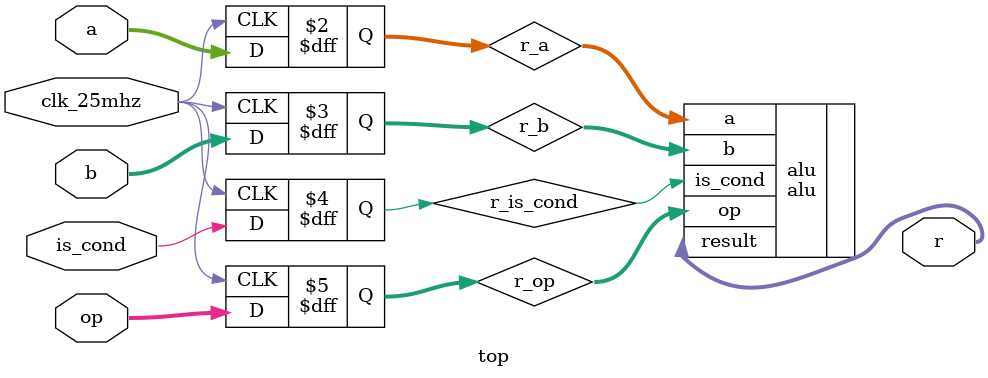
<source format=v>
`include "alu.v"

module top(input  clk_25mhz,
           input  [31:0] a,
           input  [31:0] b,
           input  is_cond,
           input  [3:0] op,

           output [31:0] r);

   reg [31:0] r_a;
   reg [31:0] r_b;
   reg        r_is_cond;
   reg [3:0]  r_op;

   alu alu(.a(r_a),
           .b(r_b),
           .is_cond(r_is_cond),
           .op(r_op),
           .result(r));

   always @(posedge clk_25mhz) begin
      r_a <= a;
      r_b <= b;
      r_is_cond <= is_cond;
      r_op <= op;
   end
endmodule

</source>
